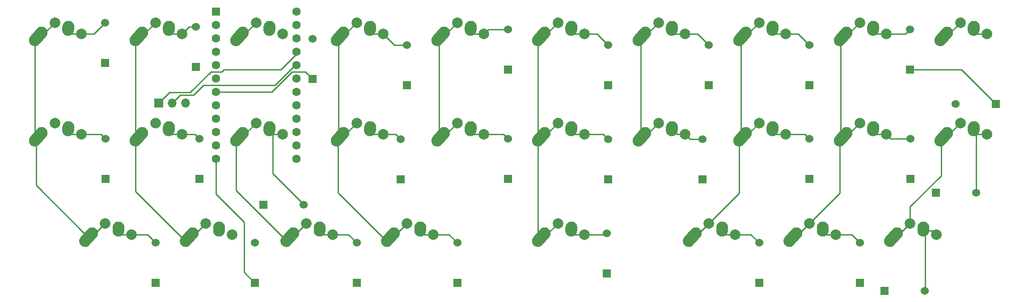
<source format=gtl>
G04 #@! TF.GenerationSoftware,KiCad,Pcbnew,(5.1.6)-1*
G04 #@! TF.CreationDate,2020-11-12T16:25:46-05:00*
G04 #@! TF.ProjectId,alpha_pro_micro,616c7068-615f-4707-926f-5f6d6963726f,rev?*
G04 #@! TF.SameCoordinates,Original*
G04 #@! TF.FileFunction,Copper,L1,Top*
G04 #@! TF.FilePolarity,Positive*
%FSLAX46Y46*%
G04 Gerber Fmt 4.6, Leading zero omitted, Abs format (unit mm)*
G04 Created by KiCad (PCBNEW (5.1.6)-1) date 2020-11-12 16:25:46*
%MOMM*%
%LPD*%
G01*
G04 APERTURE LIST*
G04 #@! TA.AperFunction,ComponentPad*
%ADD10C,2.000000*%
G04 #@! TD*
G04 #@! TA.AperFunction,ComponentPad*
%ADD11C,2.250000*%
G04 #@! TD*
G04 #@! TA.AperFunction,ComponentPad*
%ADD12R,1.600000X1.600000*%
G04 #@! TD*
G04 #@! TA.AperFunction,ComponentPad*
%ADD13C,1.600000*%
G04 #@! TD*
G04 #@! TA.AperFunction,ComponentPad*
%ADD14C,1.524000*%
G04 #@! TD*
G04 #@! TA.AperFunction,ComponentPad*
%ADD15R,1.524000X1.524000*%
G04 #@! TD*
G04 #@! TA.AperFunction,ComponentPad*
%ADD16R,1.700000X1.700000*%
G04 #@! TD*
G04 #@! TA.AperFunction,ComponentPad*
%ADD17O,1.700000X1.700000*%
G04 #@! TD*
G04 #@! TA.AperFunction,Conductor*
%ADD18C,0.250000*%
G04 #@! TD*
G04 APERTURE END LIST*
D10*
X171450000Y-141737500D03*
X176450000Y-143837500D03*
D11*
X168950000Y-143637500D03*
G04 #@! TA.AperFunction,ComponentPad*
G36*
G01*
X166888688Y-145934851D02*
X166888688Y-145934850D01*
G75*
G02*
X166802650Y-144346188I751312J837350D01*
G01*
X168112640Y-142886180D01*
G75*
G02*
X169701302Y-142800142I837350J-751312D01*
G01*
X169701302Y-142800142D01*
G75*
G02*
X169787340Y-144388804I-751312J-837350D01*
G01*
X168477350Y-145848812D01*
G75*
G02*
X166888688Y-145934850I-837350J751312D01*
G01*
G37*
G04 #@! TD.AperFunction*
X173990000Y-142557500D03*
G04 #@! TA.AperFunction,ComponentPad*
G36*
G01*
X173873483Y-144259895D02*
X173873483Y-144259895D01*
G75*
G02*
X172827605Y-143060983I76517J1122395D01*
G01*
X172867147Y-142480951D01*
G75*
G02*
X174066059Y-141435073I1122395J-76517D01*
G01*
X174066059Y-141435073D01*
G75*
G02*
X175111937Y-142633985I-76517J-1122395D01*
G01*
X175072395Y-143214017D01*
G75*
G02*
X173873483Y-144259895I-1122395J76517D01*
G01*
G37*
G04 #@! TD.AperFunction*
D10*
X238125000Y-141737500D03*
X243125000Y-143837500D03*
D11*
X235625000Y-143637500D03*
G04 #@! TA.AperFunction,ComponentPad*
G36*
G01*
X233563688Y-145934851D02*
X233563688Y-145934850D01*
G75*
G02*
X233477650Y-144346188I751312J837350D01*
G01*
X234787640Y-142886180D01*
G75*
G02*
X236376302Y-142800142I837350J-751312D01*
G01*
X236376302Y-142800142D01*
G75*
G02*
X236462340Y-144388804I-751312J-837350D01*
G01*
X235152350Y-145848812D01*
G75*
G02*
X233563688Y-145934850I-837350J751312D01*
G01*
G37*
G04 #@! TD.AperFunction*
X240665000Y-142557500D03*
G04 #@! TA.AperFunction,ComponentPad*
G36*
G01*
X240548483Y-144259895D02*
X240548483Y-144259895D01*
G75*
G02*
X239502605Y-143060983I76517J1122395D01*
G01*
X239542147Y-142480951D01*
G75*
G02*
X240741059Y-141435073I1122395J-76517D01*
G01*
X240741059Y-141435073D01*
G75*
G02*
X241786937Y-142633985I-76517J-1122395D01*
G01*
X241747395Y-143214017D01*
G75*
G02*
X240548483Y-144259895I-1122395J76517D01*
G01*
G37*
G04 #@! TD.AperFunction*
D10*
X219075000Y-141737500D03*
X224075000Y-143837500D03*
D11*
X216575000Y-143637500D03*
G04 #@! TA.AperFunction,ComponentPad*
G36*
G01*
X214513688Y-145934851D02*
X214513688Y-145934850D01*
G75*
G02*
X214427650Y-144346188I751312J837350D01*
G01*
X215737640Y-142886180D01*
G75*
G02*
X217326302Y-142800142I837350J-751312D01*
G01*
X217326302Y-142800142D01*
G75*
G02*
X217412340Y-144388804I-751312J-837350D01*
G01*
X216102350Y-145848812D01*
G75*
G02*
X214513688Y-145934850I-837350J751312D01*
G01*
G37*
G04 #@! TD.AperFunction*
X221615000Y-142557500D03*
G04 #@! TA.AperFunction,ComponentPad*
G36*
G01*
X221498483Y-144259895D02*
X221498483Y-144259895D01*
G75*
G02*
X220452605Y-143060983I76517J1122395D01*
G01*
X220492147Y-142480951D01*
G75*
G02*
X221691059Y-141435073I1122395J-76517D01*
G01*
X221691059Y-141435073D01*
G75*
G02*
X222736937Y-142633985I-76517J-1122395D01*
G01*
X222697395Y-143214017D01*
G75*
G02*
X221498483Y-144259895I-1122395J76517D01*
G01*
G37*
G04 #@! TD.AperFunction*
D10*
X200025000Y-141737500D03*
X205025000Y-143837500D03*
D11*
X197525000Y-143637500D03*
G04 #@! TA.AperFunction,ComponentPad*
G36*
G01*
X195463688Y-145934851D02*
X195463688Y-145934850D01*
G75*
G02*
X195377650Y-144346188I751312J837350D01*
G01*
X196687640Y-142886180D01*
G75*
G02*
X198276302Y-142800142I837350J-751312D01*
G01*
X198276302Y-142800142D01*
G75*
G02*
X198362340Y-144388804I-751312J-837350D01*
G01*
X197052350Y-145848812D01*
G75*
G02*
X195463688Y-145934850I-837350J751312D01*
G01*
G37*
G04 #@! TD.AperFunction*
X202565000Y-142557500D03*
G04 #@! TA.AperFunction,ComponentPad*
G36*
G01*
X202448483Y-144259895D02*
X202448483Y-144259895D01*
G75*
G02*
X201402605Y-143060983I76517J1122395D01*
G01*
X201442147Y-142480951D01*
G75*
G02*
X202641059Y-141435073I1122395J-76517D01*
G01*
X202641059Y-141435073D01*
G75*
G02*
X203686937Y-142633985I-76517J-1122395D01*
G01*
X203647395Y-143214017D01*
G75*
G02*
X202448483Y-144259895I-1122395J76517D01*
G01*
G37*
G04 #@! TD.AperFunction*
D10*
X142875000Y-141737500D03*
X147875000Y-143837500D03*
D11*
X140375000Y-143637500D03*
G04 #@! TA.AperFunction,ComponentPad*
G36*
G01*
X138313688Y-145934851D02*
X138313688Y-145934850D01*
G75*
G02*
X138227650Y-144346188I751312J837350D01*
G01*
X139537640Y-142886180D01*
G75*
G02*
X141126302Y-142800142I837350J-751312D01*
G01*
X141126302Y-142800142D01*
G75*
G02*
X141212340Y-144388804I-751312J-837350D01*
G01*
X139902350Y-145848812D01*
G75*
G02*
X138313688Y-145934850I-837350J751312D01*
G01*
G37*
G04 #@! TD.AperFunction*
X145415000Y-142557500D03*
G04 #@! TA.AperFunction,ComponentPad*
G36*
G01*
X145298483Y-144259895D02*
X145298483Y-144259895D01*
G75*
G02*
X144252605Y-143060983I76517J1122395D01*
G01*
X144292147Y-142480951D01*
G75*
G02*
X145491059Y-141435073I1122395J-76517D01*
G01*
X145491059Y-141435073D01*
G75*
G02*
X146536937Y-142633985I-76517J-1122395D01*
G01*
X146497395Y-143214017D01*
G75*
G02*
X145298483Y-144259895I-1122395J76517D01*
G01*
G37*
G04 #@! TD.AperFunction*
D10*
X123825000Y-141737500D03*
X128825000Y-143837500D03*
D11*
X121325000Y-143637500D03*
G04 #@! TA.AperFunction,ComponentPad*
G36*
G01*
X119263688Y-145934851D02*
X119263688Y-145934850D01*
G75*
G02*
X119177650Y-144346188I751312J837350D01*
G01*
X120487640Y-142886180D01*
G75*
G02*
X122076302Y-142800142I837350J-751312D01*
G01*
X122076302Y-142800142D01*
G75*
G02*
X122162340Y-144388804I-751312J-837350D01*
G01*
X120852350Y-145848812D01*
G75*
G02*
X119263688Y-145934850I-837350J751312D01*
G01*
G37*
G04 #@! TD.AperFunction*
X126365000Y-142557500D03*
G04 #@! TA.AperFunction,ComponentPad*
G36*
G01*
X126248483Y-144259895D02*
X126248483Y-144259895D01*
G75*
G02*
X125202605Y-143060983I76517J1122395D01*
G01*
X125242147Y-142480951D01*
G75*
G02*
X126441059Y-141435073I1122395J-76517D01*
G01*
X126441059Y-141435073D01*
G75*
G02*
X127486937Y-142633985I-76517J-1122395D01*
G01*
X127447395Y-143214017D01*
G75*
G02*
X126248483Y-144259895I-1122395J76517D01*
G01*
G37*
G04 #@! TD.AperFunction*
D10*
X104775000Y-141737500D03*
X109775000Y-143837500D03*
D11*
X102275000Y-143637500D03*
G04 #@! TA.AperFunction,ComponentPad*
G36*
G01*
X100213688Y-145934851D02*
X100213688Y-145934850D01*
G75*
G02*
X100127650Y-144346188I751312J837350D01*
G01*
X101437640Y-142886180D01*
G75*
G02*
X103026302Y-142800142I837350J-751312D01*
G01*
X103026302Y-142800142D01*
G75*
G02*
X103112340Y-144388804I-751312J-837350D01*
G01*
X101802350Y-145848812D01*
G75*
G02*
X100213688Y-145934850I-837350J751312D01*
G01*
G37*
G04 #@! TD.AperFunction*
X107315000Y-142557500D03*
G04 #@! TA.AperFunction,ComponentPad*
G36*
G01*
X107198483Y-144259895D02*
X107198483Y-144259895D01*
G75*
G02*
X106152605Y-143060983I76517J1122395D01*
G01*
X106192147Y-142480951D01*
G75*
G02*
X107391059Y-141435073I1122395J-76517D01*
G01*
X107391059Y-141435073D01*
G75*
G02*
X108436937Y-142633985I-76517J-1122395D01*
G01*
X108397395Y-143214017D01*
G75*
G02*
X107198483Y-144259895I-1122395J76517D01*
G01*
G37*
G04 #@! TD.AperFunction*
D10*
X85725000Y-141737500D03*
X90725000Y-143837500D03*
D11*
X83225000Y-143637500D03*
G04 #@! TA.AperFunction,ComponentPad*
G36*
G01*
X81163688Y-145934851D02*
X81163688Y-145934850D01*
G75*
G02*
X81077650Y-144346188I751312J837350D01*
G01*
X82387640Y-142886180D01*
G75*
G02*
X83976302Y-142800142I837350J-751312D01*
G01*
X83976302Y-142800142D01*
G75*
G02*
X84062340Y-144388804I-751312J-837350D01*
G01*
X82752350Y-145848812D01*
G75*
G02*
X81163688Y-145934850I-837350J751312D01*
G01*
G37*
G04 #@! TD.AperFunction*
X88265000Y-142557500D03*
G04 #@! TA.AperFunction,ComponentPad*
G36*
G01*
X88148483Y-144259895D02*
X88148483Y-144259895D01*
G75*
G02*
X87102605Y-143060983I76517J1122395D01*
G01*
X87142147Y-142480951D01*
G75*
G02*
X88341059Y-141435073I1122395J-76517D01*
G01*
X88341059Y-141435073D01*
G75*
G02*
X89386937Y-142633985I-76517J-1122395D01*
G01*
X89347395Y-143214017D01*
G75*
G02*
X88148483Y-144259895I-1122395J76517D01*
G01*
G37*
G04 #@! TD.AperFunction*
D10*
X247650000Y-122687500D03*
X252650000Y-124787500D03*
D11*
X245150000Y-124587500D03*
G04 #@! TA.AperFunction,ComponentPad*
G36*
G01*
X243088688Y-126884851D02*
X243088688Y-126884850D01*
G75*
G02*
X243002650Y-125296188I751312J837350D01*
G01*
X244312640Y-123836180D01*
G75*
G02*
X245901302Y-123750142I837350J-751312D01*
G01*
X245901302Y-123750142D01*
G75*
G02*
X245987340Y-125338804I-751312J-837350D01*
G01*
X244677350Y-126798812D01*
G75*
G02*
X243088688Y-126884850I-837350J751312D01*
G01*
G37*
G04 #@! TD.AperFunction*
X250190000Y-123507500D03*
G04 #@! TA.AperFunction,ComponentPad*
G36*
G01*
X250073483Y-125209895D02*
X250073483Y-125209895D01*
G75*
G02*
X249027605Y-124010983I76517J1122395D01*
G01*
X249067147Y-123430951D01*
G75*
G02*
X250266059Y-122385073I1122395J-76517D01*
G01*
X250266059Y-122385073D01*
G75*
G02*
X251311937Y-123583985I-76517J-1122395D01*
G01*
X251272395Y-124164017D01*
G75*
G02*
X250073483Y-125209895I-1122395J76517D01*
G01*
G37*
G04 #@! TD.AperFunction*
D10*
X228600000Y-122687500D03*
X233600000Y-124787500D03*
D11*
X226100000Y-124587500D03*
G04 #@! TA.AperFunction,ComponentPad*
G36*
G01*
X224038688Y-126884851D02*
X224038688Y-126884850D01*
G75*
G02*
X223952650Y-125296188I751312J837350D01*
G01*
X225262640Y-123836180D01*
G75*
G02*
X226851302Y-123750142I837350J-751312D01*
G01*
X226851302Y-123750142D01*
G75*
G02*
X226937340Y-125338804I-751312J-837350D01*
G01*
X225627350Y-126798812D01*
G75*
G02*
X224038688Y-126884850I-837350J751312D01*
G01*
G37*
G04 #@! TD.AperFunction*
X231140000Y-123507500D03*
G04 #@! TA.AperFunction,ComponentPad*
G36*
G01*
X231023483Y-125209895D02*
X231023483Y-125209895D01*
G75*
G02*
X229977605Y-124010983I76517J1122395D01*
G01*
X230017147Y-123430951D01*
G75*
G02*
X231216059Y-122385073I1122395J-76517D01*
G01*
X231216059Y-122385073D01*
G75*
G02*
X232261937Y-123583985I-76517J-1122395D01*
G01*
X232222395Y-124164017D01*
G75*
G02*
X231023483Y-125209895I-1122395J76517D01*
G01*
G37*
G04 #@! TD.AperFunction*
D10*
X209550000Y-122687500D03*
X214550000Y-124787500D03*
D11*
X207050000Y-124587500D03*
G04 #@! TA.AperFunction,ComponentPad*
G36*
G01*
X204988688Y-126884851D02*
X204988688Y-126884850D01*
G75*
G02*
X204902650Y-125296188I751312J837350D01*
G01*
X206212640Y-123836180D01*
G75*
G02*
X207801302Y-123750142I837350J-751312D01*
G01*
X207801302Y-123750142D01*
G75*
G02*
X207887340Y-125338804I-751312J-837350D01*
G01*
X206577350Y-126798812D01*
G75*
G02*
X204988688Y-126884850I-837350J751312D01*
G01*
G37*
G04 #@! TD.AperFunction*
X212090000Y-123507500D03*
G04 #@! TA.AperFunction,ComponentPad*
G36*
G01*
X211973483Y-125209895D02*
X211973483Y-125209895D01*
G75*
G02*
X210927605Y-124010983I76517J1122395D01*
G01*
X210967147Y-123430951D01*
G75*
G02*
X212166059Y-122385073I1122395J-76517D01*
G01*
X212166059Y-122385073D01*
G75*
G02*
X213211937Y-123583985I-76517J-1122395D01*
G01*
X213172395Y-124164017D01*
G75*
G02*
X211973483Y-125209895I-1122395J76517D01*
G01*
G37*
G04 #@! TD.AperFunction*
D10*
X190500000Y-122687500D03*
X195500000Y-124787500D03*
D11*
X188000000Y-124587500D03*
G04 #@! TA.AperFunction,ComponentPad*
G36*
G01*
X185938688Y-126884851D02*
X185938688Y-126884850D01*
G75*
G02*
X185852650Y-125296188I751312J837350D01*
G01*
X187162640Y-123836180D01*
G75*
G02*
X188751302Y-123750142I837350J-751312D01*
G01*
X188751302Y-123750142D01*
G75*
G02*
X188837340Y-125338804I-751312J-837350D01*
G01*
X187527350Y-126798812D01*
G75*
G02*
X185938688Y-126884850I-837350J751312D01*
G01*
G37*
G04 #@! TD.AperFunction*
X193040000Y-123507500D03*
G04 #@! TA.AperFunction,ComponentPad*
G36*
G01*
X192923483Y-125209895D02*
X192923483Y-125209895D01*
G75*
G02*
X191877605Y-124010983I76517J1122395D01*
G01*
X191917147Y-123430951D01*
G75*
G02*
X193116059Y-122385073I1122395J-76517D01*
G01*
X193116059Y-122385073D01*
G75*
G02*
X194161937Y-123583985I-76517J-1122395D01*
G01*
X194122395Y-124164017D01*
G75*
G02*
X192923483Y-125209895I-1122395J76517D01*
G01*
G37*
G04 #@! TD.AperFunction*
D10*
X171450000Y-122687500D03*
X176450000Y-124787500D03*
D11*
X168950000Y-124587500D03*
G04 #@! TA.AperFunction,ComponentPad*
G36*
G01*
X166888688Y-126884851D02*
X166888688Y-126884850D01*
G75*
G02*
X166802650Y-125296188I751312J837350D01*
G01*
X168112640Y-123836180D01*
G75*
G02*
X169701302Y-123750142I837350J-751312D01*
G01*
X169701302Y-123750142D01*
G75*
G02*
X169787340Y-125338804I-751312J-837350D01*
G01*
X168477350Y-126798812D01*
G75*
G02*
X166888688Y-126884850I-837350J751312D01*
G01*
G37*
G04 #@! TD.AperFunction*
X173990000Y-123507500D03*
G04 #@! TA.AperFunction,ComponentPad*
G36*
G01*
X173873483Y-125209895D02*
X173873483Y-125209895D01*
G75*
G02*
X172827605Y-124010983I76517J1122395D01*
G01*
X172867147Y-123430951D01*
G75*
G02*
X174066059Y-122385073I1122395J-76517D01*
G01*
X174066059Y-122385073D01*
G75*
G02*
X175111937Y-123583985I-76517J-1122395D01*
G01*
X175072395Y-124164017D01*
G75*
G02*
X173873483Y-125209895I-1122395J76517D01*
G01*
G37*
G04 #@! TD.AperFunction*
D10*
X152400000Y-122687500D03*
X157400000Y-124787500D03*
D11*
X149900000Y-124587500D03*
G04 #@! TA.AperFunction,ComponentPad*
G36*
G01*
X147838688Y-126884851D02*
X147838688Y-126884850D01*
G75*
G02*
X147752650Y-125296188I751312J837350D01*
G01*
X149062640Y-123836180D01*
G75*
G02*
X150651302Y-123750142I837350J-751312D01*
G01*
X150651302Y-123750142D01*
G75*
G02*
X150737340Y-125338804I-751312J-837350D01*
G01*
X149427350Y-126798812D01*
G75*
G02*
X147838688Y-126884850I-837350J751312D01*
G01*
G37*
G04 #@! TD.AperFunction*
X154940000Y-123507500D03*
G04 #@! TA.AperFunction,ComponentPad*
G36*
G01*
X154823483Y-125209895D02*
X154823483Y-125209895D01*
G75*
G02*
X153777605Y-124010983I76517J1122395D01*
G01*
X153817147Y-123430951D01*
G75*
G02*
X155016059Y-122385073I1122395J-76517D01*
G01*
X155016059Y-122385073D01*
G75*
G02*
X156061937Y-123583985I-76517J-1122395D01*
G01*
X156022395Y-124164017D01*
G75*
G02*
X154823483Y-125209895I-1122395J76517D01*
G01*
G37*
G04 #@! TD.AperFunction*
D10*
X133350000Y-122687500D03*
X138350000Y-124787500D03*
D11*
X130850000Y-124587500D03*
G04 #@! TA.AperFunction,ComponentPad*
G36*
G01*
X128788688Y-126884851D02*
X128788688Y-126884850D01*
G75*
G02*
X128702650Y-125296188I751312J837350D01*
G01*
X130012640Y-123836180D01*
G75*
G02*
X131601302Y-123750142I837350J-751312D01*
G01*
X131601302Y-123750142D01*
G75*
G02*
X131687340Y-125338804I-751312J-837350D01*
G01*
X130377350Y-126798812D01*
G75*
G02*
X128788688Y-126884850I-837350J751312D01*
G01*
G37*
G04 #@! TD.AperFunction*
X135890000Y-123507500D03*
G04 #@! TA.AperFunction,ComponentPad*
G36*
G01*
X135773483Y-125209895D02*
X135773483Y-125209895D01*
G75*
G02*
X134727605Y-124010983I76517J1122395D01*
G01*
X134767147Y-123430951D01*
G75*
G02*
X135966059Y-122385073I1122395J-76517D01*
G01*
X135966059Y-122385073D01*
G75*
G02*
X137011937Y-123583985I-76517J-1122395D01*
G01*
X136972395Y-124164017D01*
G75*
G02*
X135773483Y-125209895I-1122395J76517D01*
G01*
G37*
G04 #@! TD.AperFunction*
D10*
X114300000Y-122687500D03*
X119300000Y-124787500D03*
D11*
X111800000Y-124587500D03*
G04 #@! TA.AperFunction,ComponentPad*
G36*
G01*
X109738688Y-126884851D02*
X109738688Y-126884850D01*
G75*
G02*
X109652650Y-125296188I751312J837350D01*
G01*
X110962640Y-123836180D01*
G75*
G02*
X112551302Y-123750142I837350J-751312D01*
G01*
X112551302Y-123750142D01*
G75*
G02*
X112637340Y-125338804I-751312J-837350D01*
G01*
X111327350Y-126798812D01*
G75*
G02*
X109738688Y-126884850I-837350J751312D01*
G01*
G37*
G04 #@! TD.AperFunction*
X116840000Y-123507500D03*
G04 #@! TA.AperFunction,ComponentPad*
G36*
G01*
X116723483Y-125209895D02*
X116723483Y-125209895D01*
G75*
G02*
X115677605Y-124010983I76517J1122395D01*
G01*
X115717147Y-123430951D01*
G75*
G02*
X116916059Y-122385073I1122395J-76517D01*
G01*
X116916059Y-122385073D01*
G75*
G02*
X117961937Y-123583985I-76517J-1122395D01*
G01*
X117922395Y-124164017D01*
G75*
G02*
X116723483Y-125209895I-1122395J76517D01*
G01*
G37*
G04 #@! TD.AperFunction*
D10*
X95250000Y-122687500D03*
X100250000Y-124787500D03*
D11*
X92750000Y-124587500D03*
G04 #@! TA.AperFunction,ComponentPad*
G36*
G01*
X90688688Y-126884851D02*
X90688688Y-126884850D01*
G75*
G02*
X90602650Y-125296188I751312J837350D01*
G01*
X91912640Y-123836180D01*
G75*
G02*
X93501302Y-123750142I837350J-751312D01*
G01*
X93501302Y-123750142D01*
G75*
G02*
X93587340Y-125338804I-751312J-837350D01*
G01*
X92277350Y-126798812D01*
G75*
G02*
X90688688Y-126884850I-837350J751312D01*
G01*
G37*
G04 #@! TD.AperFunction*
X97790000Y-123507500D03*
G04 #@! TA.AperFunction,ComponentPad*
G36*
G01*
X97673483Y-125209895D02*
X97673483Y-125209895D01*
G75*
G02*
X96627605Y-124010983I76517J1122395D01*
G01*
X96667147Y-123430951D01*
G75*
G02*
X97866059Y-122385073I1122395J-76517D01*
G01*
X97866059Y-122385073D01*
G75*
G02*
X98911937Y-123583985I-76517J-1122395D01*
G01*
X98872395Y-124164017D01*
G75*
G02*
X97673483Y-125209895I-1122395J76517D01*
G01*
G37*
G04 #@! TD.AperFunction*
D10*
X76200000Y-122687500D03*
X81200000Y-124787500D03*
D11*
X73700000Y-124587500D03*
G04 #@! TA.AperFunction,ComponentPad*
G36*
G01*
X71638688Y-126884851D02*
X71638688Y-126884850D01*
G75*
G02*
X71552650Y-125296188I751312J837350D01*
G01*
X72862640Y-123836180D01*
G75*
G02*
X74451302Y-123750142I837350J-751312D01*
G01*
X74451302Y-123750142D01*
G75*
G02*
X74537340Y-125338804I-751312J-837350D01*
G01*
X73227350Y-126798812D01*
G75*
G02*
X71638688Y-126884850I-837350J751312D01*
G01*
G37*
G04 #@! TD.AperFunction*
X78740000Y-123507500D03*
G04 #@! TA.AperFunction,ComponentPad*
G36*
G01*
X78623483Y-125209895D02*
X78623483Y-125209895D01*
G75*
G02*
X77577605Y-124010983I76517J1122395D01*
G01*
X77617147Y-123430951D01*
G75*
G02*
X78816059Y-122385073I1122395J-76517D01*
G01*
X78816059Y-122385073D01*
G75*
G02*
X79861937Y-123583985I-76517J-1122395D01*
G01*
X79822395Y-124164017D01*
G75*
G02*
X78623483Y-125209895I-1122395J76517D01*
G01*
G37*
G04 #@! TD.AperFunction*
D10*
X247650000Y-103637500D03*
X252650000Y-105737500D03*
D11*
X245150000Y-105537500D03*
G04 #@! TA.AperFunction,ComponentPad*
G36*
G01*
X243088688Y-107834851D02*
X243088688Y-107834850D01*
G75*
G02*
X243002650Y-106246188I751312J837350D01*
G01*
X244312640Y-104786180D01*
G75*
G02*
X245901302Y-104700142I837350J-751312D01*
G01*
X245901302Y-104700142D01*
G75*
G02*
X245987340Y-106288804I-751312J-837350D01*
G01*
X244677350Y-107748812D01*
G75*
G02*
X243088688Y-107834850I-837350J751312D01*
G01*
G37*
G04 #@! TD.AperFunction*
X250190000Y-104457500D03*
G04 #@! TA.AperFunction,ComponentPad*
G36*
G01*
X250073483Y-106159895D02*
X250073483Y-106159895D01*
G75*
G02*
X249027605Y-104960983I76517J1122395D01*
G01*
X249067147Y-104380951D01*
G75*
G02*
X250266059Y-103335073I1122395J-76517D01*
G01*
X250266059Y-103335073D01*
G75*
G02*
X251311937Y-104533985I-76517J-1122395D01*
G01*
X251272395Y-105114017D01*
G75*
G02*
X250073483Y-106159895I-1122395J76517D01*
G01*
G37*
G04 #@! TD.AperFunction*
D10*
X228600000Y-103637500D03*
X233600000Y-105737500D03*
D11*
X226100000Y-105537500D03*
G04 #@! TA.AperFunction,ComponentPad*
G36*
G01*
X224038688Y-107834851D02*
X224038688Y-107834850D01*
G75*
G02*
X223952650Y-106246188I751312J837350D01*
G01*
X225262640Y-104786180D01*
G75*
G02*
X226851302Y-104700142I837350J-751312D01*
G01*
X226851302Y-104700142D01*
G75*
G02*
X226937340Y-106288804I-751312J-837350D01*
G01*
X225627350Y-107748812D01*
G75*
G02*
X224038688Y-107834850I-837350J751312D01*
G01*
G37*
G04 #@! TD.AperFunction*
X231140000Y-104457500D03*
G04 #@! TA.AperFunction,ComponentPad*
G36*
G01*
X231023483Y-106159895D02*
X231023483Y-106159895D01*
G75*
G02*
X229977605Y-104960983I76517J1122395D01*
G01*
X230017147Y-104380951D01*
G75*
G02*
X231216059Y-103335073I1122395J-76517D01*
G01*
X231216059Y-103335073D01*
G75*
G02*
X232261937Y-104533985I-76517J-1122395D01*
G01*
X232222395Y-105114017D01*
G75*
G02*
X231023483Y-106159895I-1122395J76517D01*
G01*
G37*
G04 #@! TD.AperFunction*
D10*
X209550000Y-103637500D03*
X214550000Y-105737500D03*
D11*
X207050000Y-105537500D03*
G04 #@! TA.AperFunction,ComponentPad*
G36*
G01*
X204988688Y-107834851D02*
X204988688Y-107834850D01*
G75*
G02*
X204902650Y-106246188I751312J837350D01*
G01*
X206212640Y-104786180D01*
G75*
G02*
X207801302Y-104700142I837350J-751312D01*
G01*
X207801302Y-104700142D01*
G75*
G02*
X207887340Y-106288804I-751312J-837350D01*
G01*
X206577350Y-107748812D01*
G75*
G02*
X204988688Y-107834850I-837350J751312D01*
G01*
G37*
G04 #@! TD.AperFunction*
X212090000Y-104457500D03*
G04 #@! TA.AperFunction,ComponentPad*
G36*
G01*
X211973483Y-106159895D02*
X211973483Y-106159895D01*
G75*
G02*
X210927605Y-104960983I76517J1122395D01*
G01*
X210967147Y-104380951D01*
G75*
G02*
X212166059Y-103335073I1122395J-76517D01*
G01*
X212166059Y-103335073D01*
G75*
G02*
X213211937Y-104533985I-76517J-1122395D01*
G01*
X213172395Y-105114017D01*
G75*
G02*
X211973483Y-106159895I-1122395J76517D01*
G01*
G37*
G04 #@! TD.AperFunction*
D10*
X190500000Y-103637500D03*
X195500000Y-105737500D03*
D11*
X188000000Y-105537500D03*
G04 #@! TA.AperFunction,ComponentPad*
G36*
G01*
X185938688Y-107834851D02*
X185938688Y-107834850D01*
G75*
G02*
X185852650Y-106246188I751312J837350D01*
G01*
X187162640Y-104786180D01*
G75*
G02*
X188751302Y-104700142I837350J-751312D01*
G01*
X188751302Y-104700142D01*
G75*
G02*
X188837340Y-106288804I-751312J-837350D01*
G01*
X187527350Y-107748812D01*
G75*
G02*
X185938688Y-107834850I-837350J751312D01*
G01*
G37*
G04 #@! TD.AperFunction*
X193040000Y-104457500D03*
G04 #@! TA.AperFunction,ComponentPad*
G36*
G01*
X192923483Y-106159895D02*
X192923483Y-106159895D01*
G75*
G02*
X191877605Y-104960983I76517J1122395D01*
G01*
X191917147Y-104380951D01*
G75*
G02*
X193116059Y-103335073I1122395J-76517D01*
G01*
X193116059Y-103335073D01*
G75*
G02*
X194161937Y-104533985I-76517J-1122395D01*
G01*
X194122395Y-105114017D01*
G75*
G02*
X192923483Y-106159895I-1122395J76517D01*
G01*
G37*
G04 #@! TD.AperFunction*
D10*
X171450000Y-103637500D03*
X176450000Y-105737500D03*
D11*
X168950000Y-105537500D03*
G04 #@! TA.AperFunction,ComponentPad*
G36*
G01*
X166888688Y-107834851D02*
X166888688Y-107834850D01*
G75*
G02*
X166802650Y-106246188I751312J837350D01*
G01*
X168112640Y-104786180D01*
G75*
G02*
X169701302Y-104700142I837350J-751312D01*
G01*
X169701302Y-104700142D01*
G75*
G02*
X169787340Y-106288804I-751312J-837350D01*
G01*
X168477350Y-107748812D01*
G75*
G02*
X166888688Y-107834850I-837350J751312D01*
G01*
G37*
G04 #@! TD.AperFunction*
X173990000Y-104457500D03*
G04 #@! TA.AperFunction,ComponentPad*
G36*
G01*
X173873483Y-106159895D02*
X173873483Y-106159895D01*
G75*
G02*
X172827605Y-104960983I76517J1122395D01*
G01*
X172867147Y-104380951D01*
G75*
G02*
X174066059Y-103335073I1122395J-76517D01*
G01*
X174066059Y-103335073D01*
G75*
G02*
X175111937Y-104533985I-76517J-1122395D01*
G01*
X175072395Y-105114017D01*
G75*
G02*
X173873483Y-106159895I-1122395J76517D01*
G01*
G37*
G04 #@! TD.AperFunction*
D10*
X152400000Y-103637500D03*
X157400000Y-105737500D03*
D11*
X149900000Y-105537500D03*
G04 #@! TA.AperFunction,ComponentPad*
G36*
G01*
X147838688Y-107834851D02*
X147838688Y-107834850D01*
G75*
G02*
X147752650Y-106246188I751312J837350D01*
G01*
X149062640Y-104786180D01*
G75*
G02*
X150651302Y-104700142I837350J-751312D01*
G01*
X150651302Y-104700142D01*
G75*
G02*
X150737340Y-106288804I-751312J-837350D01*
G01*
X149427350Y-107748812D01*
G75*
G02*
X147838688Y-107834850I-837350J751312D01*
G01*
G37*
G04 #@! TD.AperFunction*
X154940000Y-104457500D03*
G04 #@! TA.AperFunction,ComponentPad*
G36*
G01*
X154823483Y-106159895D02*
X154823483Y-106159895D01*
G75*
G02*
X153777605Y-104960983I76517J1122395D01*
G01*
X153817147Y-104380951D01*
G75*
G02*
X155016059Y-103335073I1122395J-76517D01*
G01*
X155016059Y-103335073D01*
G75*
G02*
X156061937Y-104533985I-76517J-1122395D01*
G01*
X156022395Y-105114017D01*
G75*
G02*
X154823483Y-106159895I-1122395J76517D01*
G01*
G37*
G04 #@! TD.AperFunction*
D10*
X133350000Y-103637500D03*
X138350000Y-105737500D03*
D11*
X130850000Y-105537500D03*
G04 #@! TA.AperFunction,ComponentPad*
G36*
G01*
X128788688Y-107834851D02*
X128788688Y-107834850D01*
G75*
G02*
X128702650Y-106246188I751312J837350D01*
G01*
X130012640Y-104786180D01*
G75*
G02*
X131601302Y-104700142I837350J-751312D01*
G01*
X131601302Y-104700142D01*
G75*
G02*
X131687340Y-106288804I-751312J-837350D01*
G01*
X130377350Y-107748812D01*
G75*
G02*
X128788688Y-107834850I-837350J751312D01*
G01*
G37*
G04 #@! TD.AperFunction*
X135890000Y-104457500D03*
G04 #@! TA.AperFunction,ComponentPad*
G36*
G01*
X135773483Y-106159895D02*
X135773483Y-106159895D01*
G75*
G02*
X134727605Y-104960983I76517J1122395D01*
G01*
X134767147Y-104380951D01*
G75*
G02*
X135966059Y-103335073I1122395J-76517D01*
G01*
X135966059Y-103335073D01*
G75*
G02*
X137011937Y-104533985I-76517J-1122395D01*
G01*
X136972395Y-105114017D01*
G75*
G02*
X135773483Y-106159895I-1122395J76517D01*
G01*
G37*
G04 #@! TD.AperFunction*
D10*
X114300000Y-103637500D03*
X119300000Y-105737500D03*
D11*
X111800000Y-105537500D03*
G04 #@! TA.AperFunction,ComponentPad*
G36*
G01*
X109738688Y-107834851D02*
X109738688Y-107834850D01*
G75*
G02*
X109652650Y-106246188I751312J837350D01*
G01*
X110962640Y-104786180D01*
G75*
G02*
X112551302Y-104700142I837350J-751312D01*
G01*
X112551302Y-104700142D01*
G75*
G02*
X112637340Y-106288804I-751312J-837350D01*
G01*
X111327350Y-107748812D01*
G75*
G02*
X109738688Y-107834850I-837350J751312D01*
G01*
G37*
G04 #@! TD.AperFunction*
X116840000Y-104457500D03*
G04 #@! TA.AperFunction,ComponentPad*
G36*
G01*
X116723483Y-106159895D02*
X116723483Y-106159895D01*
G75*
G02*
X115677605Y-104960983I76517J1122395D01*
G01*
X115717147Y-104380951D01*
G75*
G02*
X116916059Y-103335073I1122395J-76517D01*
G01*
X116916059Y-103335073D01*
G75*
G02*
X117961937Y-104533985I-76517J-1122395D01*
G01*
X117922395Y-105114017D01*
G75*
G02*
X116723483Y-106159895I-1122395J76517D01*
G01*
G37*
G04 #@! TD.AperFunction*
D10*
X95250000Y-103637500D03*
X100250000Y-105737500D03*
D11*
X92750000Y-105537500D03*
G04 #@! TA.AperFunction,ComponentPad*
G36*
G01*
X90688688Y-107834851D02*
X90688688Y-107834850D01*
G75*
G02*
X90602650Y-106246188I751312J837350D01*
G01*
X91912640Y-104786180D01*
G75*
G02*
X93501302Y-104700142I837350J-751312D01*
G01*
X93501302Y-104700142D01*
G75*
G02*
X93587340Y-106288804I-751312J-837350D01*
G01*
X92277350Y-107748812D01*
G75*
G02*
X90688688Y-107834850I-837350J751312D01*
G01*
G37*
G04 #@! TD.AperFunction*
X97790000Y-104457500D03*
G04 #@! TA.AperFunction,ComponentPad*
G36*
G01*
X97673483Y-106159895D02*
X97673483Y-106159895D01*
G75*
G02*
X96627605Y-104960983I76517J1122395D01*
G01*
X96667147Y-104380951D01*
G75*
G02*
X97866059Y-103335073I1122395J-76517D01*
G01*
X97866059Y-103335073D01*
G75*
G02*
X98911937Y-104533985I-76517J-1122395D01*
G01*
X98872395Y-105114017D01*
G75*
G02*
X97673483Y-106159895I-1122395J76517D01*
G01*
G37*
G04 #@! TD.AperFunction*
D10*
X76200000Y-103637500D03*
X81200000Y-105737500D03*
D11*
X73700000Y-105537500D03*
G04 #@! TA.AperFunction,ComponentPad*
G36*
G01*
X71638688Y-107834851D02*
X71638688Y-107834850D01*
G75*
G02*
X71552650Y-106246188I751312J837350D01*
G01*
X72862640Y-104786180D01*
G75*
G02*
X74451302Y-104700142I837350J-751312D01*
G01*
X74451302Y-104700142D01*
G75*
G02*
X74537340Y-106288804I-751312J-837350D01*
G01*
X73227350Y-107748812D01*
G75*
G02*
X71638688Y-107834850I-837350J751312D01*
G01*
G37*
G04 #@! TD.AperFunction*
X78740000Y-104457500D03*
G04 #@! TA.AperFunction,ComponentPad*
G36*
G01*
X78623483Y-106159895D02*
X78623483Y-106159895D01*
G75*
G02*
X77577605Y-104960983I76517J1122395D01*
G01*
X77617147Y-104380951D01*
G75*
G02*
X78816059Y-103335073I1122395J-76517D01*
G01*
X78816059Y-103335073D01*
G75*
G02*
X79861937Y-104533985I-76517J-1122395D01*
G01*
X79822395Y-105114017D01*
G75*
G02*
X78623483Y-106159895I-1122395J76517D01*
G01*
G37*
G04 #@! TD.AperFunction*
D12*
X106680000Y-101520625D03*
D13*
X106680000Y-104060625D03*
X106680000Y-106600625D03*
X106680000Y-109140625D03*
X106680000Y-111680625D03*
X106680000Y-114220625D03*
X106680000Y-116760625D03*
X106680000Y-119300625D03*
X106680000Y-121840625D03*
X106680000Y-124380625D03*
X106680000Y-126920625D03*
X106680000Y-129460625D03*
X121920000Y-129460625D03*
X121920000Y-126920625D03*
X121920000Y-124380625D03*
X121920000Y-121840625D03*
X121920000Y-119300625D03*
X121920000Y-116760625D03*
X121920000Y-114220625D03*
X121920000Y-111680625D03*
X121920000Y-109140625D03*
X121920000Y-106600625D03*
X121920000Y-104060625D03*
X121920000Y-101520625D03*
D14*
X85712300Y-103644700D03*
D15*
X85712300Y-111264700D03*
D14*
X102870397Y-104388444D03*
D15*
X102870397Y-112008444D03*
D14*
X125006497Y-106674444D03*
D15*
X125006497Y-114294444D03*
D14*
X123291997Y-138183144D03*
D15*
X115671997Y-138183144D03*
D14*
X141706997Y-125724444D03*
D15*
X141706997Y-133344444D03*
D14*
X142888097Y-107906344D03*
D15*
X142888097Y-115526344D03*
D14*
X161988897Y-104909144D03*
D15*
X161988897Y-112529144D03*
D14*
X161988897Y-125660944D03*
D15*
X161988897Y-133280944D03*
D14*
X180975397Y-125724444D03*
D15*
X180975397Y-133344444D03*
D14*
X180975397Y-107855544D03*
D15*
X180975397Y-115475544D03*
D14*
X200025397Y-107855544D03*
D15*
X200025397Y-115475544D03*
D14*
X198844297Y-125724444D03*
D15*
X198844297Y-133344444D03*
D14*
X219075397Y-125660944D03*
D15*
X219075397Y-133280944D03*
D14*
X219075397Y-107906344D03*
D15*
X219075397Y-115526344D03*
D14*
X85814297Y-125635544D03*
D15*
X85814297Y-133255544D03*
D14*
X103584375Y-125660944D03*
D15*
X103584375Y-133280944D03*
D14*
X95263097Y-145371344D03*
D15*
X95263097Y-152991344D03*
D14*
X114033697Y-145371344D03*
D15*
X114033697Y-152991344D03*
D14*
X133337697Y-145396744D03*
D15*
X133337697Y-153016744D03*
D14*
X152387697Y-145371344D03*
D15*
X152387697Y-152991344D03*
D14*
X180708697Y-143593344D03*
D15*
X180708697Y-151213344D03*
D14*
X209563097Y-145396744D03*
D15*
X209563097Y-153016744D03*
D14*
X228638497Y-145396744D03*
D15*
X228638497Y-153016744D03*
D14*
X240919000Y-154533600D03*
D15*
X233299000Y-154533600D03*
D14*
X238214297Y-125635544D03*
D15*
X238214297Y-133255544D03*
D14*
X250608497Y-135947944D03*
D15*
X242988497Y-135947944D03*
D14*
X246748697Y-119062602D03*
D15*
X254368697Y-119062602D03*
D14*
X238112697Y-104909144D03*
D15*
X238112697Y-112529144D03*
D16*
X95845313Y-118913672D03*
D17*
X98385313Y-118913672D03*
X100925313Y-118913672D03*
D18*
X247809544Y-112529144D02*
X238112697Y-112529144D01*
X254343002Y-119062602D02*
X247809544Y-112529144D01*
X123662191Y-112950138D02*
X125006497Y-114294444D01*
X121085462Y-112950138D02*
X123662191Y-112950138D01*
X106680000Y-116760625D02*
X117274975Y-116760625D01*
X117274975Y-116760625D02*
X121085462Y-112950138D01*
X79400000Y-105737500D02*
X81200000Y-105737500D01*
X78700000Y-105037500D02*
X79400000Y-105737500D01*
X81200000Y-105737500D02*
X83619500Y-105737500D01*
X83619500Y-105737500D02*
X85712300Y-103644700D01*
X98450000Y-105737500D02*
X100250000Y-105737500D01*
X97750000Y-105037500D02*
X98450000Y-105737500D01*
X101599056Y-104388444D02*
X100250000Y-105737500D01*
X102870397Y-104388444D02*
X101599056Y-104388444D01*
X140518844Y-107906344D02*
X142888097Y-107906344D01*
X138350000Y-105737500D02*
X140518844Y-107906344D01*
X136550000Y-105737500D02*
X138350000Y-105737500D01*
X158228356Y-104909144D02*
X157400000Y-105737500D01*
X161988897Y-104909144D02*
X158228356Y-104909144D01*
X155600000Y-105737500D02*
X154900000Y-105037500D01*
X157400000Y-105737500D02*
X155600000Y-105737500D01*
X178857353Y-105737500D02*
X176450000Y-105737500D01*
X180975397Y-107855544D02*
X178857353Y-105737500D01*
X174650000Y-105737500D02*
X173950000Y-105037500D01*
X176450000Y-105737500D02*
X174650000Y-105737500D01*
X197907353Y-105737500D02*
X195500000Y-105737500D01*
X200025397Y-107855544D02*
X197907353Y-105737500D01*
X193700000Y-105737500D02*
X193000000Y-105037500D01*
X195500000Y-105737500D02*
X193700000Y-105737500D01*
X216906553Y-105737500D02*
X219075397Y-107906344D01*
X214550000Y-105737500D02*
X216906553Y-105737500D01*
X212750000Y-105737500D02*
X212050000Y-105037500D01*
X214550000Y-105737500D02*
X212750000Y-105737500D01*
X231800000Y-105737500D02*
X233600000Y-105737500D01*
X231100000Y-105037500D02*
X231800000Y-105737500D01*
X237284341Y-105737500D02*
X238112697Y-104909144D01*
X233600000Y-105737500D02*
X237284341Y-105737500D01*
X250850000Y-105737500D02*
X252650000Y-105737500D01*
X250150000Y-105037500D02*
X250850000Y-105737500D01*
X79400000Y-124787500D02*
X78700000Y-124087500D01*
X81200000Y-124787500D02*
X79400000Y-124787500D01*
X84966253Y-124787500D02*
X85814297Y-125635544D01*
X81200000Y-124787500D02*
X84966253Y-124787500D01*
X102710931Y-124787500D02*
X103584375Y-125660944D01*
X100250000Y-124787500D02*
X102710931Y-124787500D01*
X98450000Y-124787500D02*
X97750000Y-124087500D01*
X100250000Y-124787500D02*
X98450000Y-124787500D01*
X117425491Y-124718076D02*
X117425491Y-132278557D01*
X117425491Y-132278557D02*
X123259552Y-138112618D01*
X117500000Y-124787500D02*
X119300000Y-124787500D01*
X116800000Y-124087500D02*
X117500000Y-124787500D01*
X140770053Y-124787500D02*
X141706997Y-125724444D01*
X138350000Y-124787500D02*
X140770053Y-124787500D01*
X136550000Y-124787500D02*
X135850000Y-124087500D01*
X138350000Y-124787500D02*
X136550000Y-124787500D01*
X161115453Y-124787500D02*
X161988897Y-125660944D01*
X157400000Y-124787500D02*
X161115453Y-124787500D01*
X155600000Y-124787500D02*
X154900000Y-124087500D01*
X157400000Y-124787500D02*
X155600000Y-124787500D01*
X180038453Y-124787500D02*
X180975397Y-125724444D01*
X176450000Y-124787500D02*
X180038453Y-124787500D01*
X174650000Y-124787500D02*
X173950000Y-124087500D01*
X176450000Y-124787500D02*
X174650000Y-124787500D01*
X196436944Y-125724444D02*
X195500000Y-124787500D01*
X198844297Y-125724444D02*
X196436944Y-125724444D01*
X194085787Y-124787500D02*
X193385787Y-124087500D01*
X195500000Y-124787500D02*
X194085787Y-124787500D01*
X218201953Y-124787500D02*
X219075397Y-125660944D01*
X214550000Y-124787500D02*
X218201953Y-124787500D01*
X212750000Y-124787500D02*
X212050000Y-124087500D01*
X214550000Y-124787500D02*
X212750000Y-124787500D01*
X234448044Y-125635544D02*
X233600000Y-124787500D01*
X238214297Y-125635544D02*
X234448044Y-125635544D01*
X231800000Y-124787500D02*
X231100000Y-124087500D01*
X233600000Y-124787500D02*
X231800000Y-124787500D01*
X250850000Y-124787500D02*
X252650000Y-124787500D01*
X250608497Y-124545997D02*
X250608497Y-135947944D01*
X112039400Y-151028400D02*
X114002344Y-152991344D01*
X112039400Y-141503400D02*
X112039400Y-151028400D01*
X106680000Y-129460625D02*
X106680000Y-136144000D01*
X106680000Y-136144000D02*
X112039400Y-141503400D01*
X88925000Y-143837500D02*
X90725000Y-143837500D01*
X88225000Y-143137500D02*
X88925000Y-143837500D01*
X93729253Y-143837500D02*
X95263097Y-145371344D01*
X90725000Y-143837500D02*
X93729253Y-143837500D01*
X127025000Y-143837500D02*
X128825000Y-143837500D01*
X126325000Y-143137500D02*
X127025000Y-143837500D01*
X131778453Y-143837500D02*
X133337697Y-145396744D01*
X128825000Y-143837500D02*
X131778453Y-143837500D01*
X146075000Y-143837500D02*
X147875000Y-143837500D01*
X145375000Y-143137500D02*
X146075000Y-143837500D01*
X150853853Y-143837500D02*
X152387697Y-145371344D01*
X147875000Y-143837500D02*
X150853853Y-143837500D01*
X174650000Y-143837500D02*
X176450000Y-143837500D01*
X173950000Y-143137500D02*
X174650000Y-143837500D01*
X180464541Y-143837500D02*
X180708697Y-143593344D01*
X176450000Y-143837500D02*
X180464541Y-143837500D01*
X208003853Y-143837500D02*
X209563097Y-145396744D01*
X205025000Y-143837500D02*
X208003853Y-143837500D01*
X203225000Y-143837500D02*
X202525000Y-143137500D01*
X205025000Y-143837500D02*
X203225000Y-143837500D01*
X227079253Y-143837500D02*
X228638497Y-145396744D01*
X224075000Y-143837500D02*
X227079253Y-143837500D01*
X222275000Y-143837500D02*
X221575000Y-143137500D01*
X224075000Y-143837500D02*
X222275000Y-143837500D01*
X240957497Y-143469997D02*
X240625000Y-143137500D01*
X240957497Y-154495103D02*
X240957497Y-143469997D01*
X242425000Y-143137500D02*
X240625000Y-143137500D01*
X243125000Y-143837500D02*
X242425000Y-143137500D01*
X72390000Y-106997500D02*
X72390000Y-126047500D01*
X72628125Y-134471172D02*
X81915000Y-143758047D01*
X72628125Y-126285625D02*
X72628125Y-134471172D01*
X76200000Y-103637500D02*
X74300000Y-105537500D01*
X85725000Y-141737500D02*
X83825000Y-143637500D01*
X91440000Y-126047500D02*
X91440000Y-135641953D01*
X91440000Y-135641953D02*
X100965000Y-145166953D01*
X91440000Y-106997500D02*
X91440000Y-126047500D01*
X104775000Y-141737500D02*
X102875000Y-143637500D01*
X95250000Y-103637500D02*
X93350000Y-105537500D01*
X110490000Y-126047500D02*
X110490000Y-135493128D01*
X110490000Y-135493128D02*
X120015000Y-145018128D01*
X114300000Y-103637500D02*
X112400000Y-105537500D01*
X110490000Y-125897500D02*
X110490000Y-126047500D01*
X114300000Y-122687500D02*
X112400000Y-124587500D01*
X121925000Y-143637500D02*
X121325000Y-143637500D01*
X123825000Y-141737500D02*
X121925000Y-143637500D01*
X129778125Y-126285625D02*
X129778125Y-135880081D01*
X129778125Y-135880081D02*
X139065000Y-145166956D01*
X139065000Y-145166956D02*
X139065000Y-145097500D01*
X129883297Y-107340797D02*
X129883297Y-125704203D01*
X133350000Y-103637500D02*
X131450000Y-105537500D01*
X133350000Y-122687500D02*
X131450000Y-124587500D01*
X140975000Y-143637500D02*
X140375000Y-143637500D01*
X142875000Y-141737500D02*
X140975000Y-143637500D01*
X148933297Y-107340797D02*
X148933297Y-125704203D01*
X152400000Y-103637500D02*
X150500000Y-105537500D01*
X152400000Y-122687500D02*
X150500000Y-124587500D01*
X167640000Y-106997500D02*
X167640000Y-126047500D01*
X167640000Y-126047500D02*
X167640000Y-145097500D01*
X171450000Y-103637500D02*
X169550000Y-105537500D01*
X169550000Y-124587500D02*
X168950000Y-124587500D01*
X171450000Y-122687500D02*
X169550000Y-124587500D01*
X171450000Y-141737500D02*
X169550000Y-143637500D01*
X187160297Y-107467797D02*
X187160297Y-125577203D01*
X190500000Y-103637500D02*
X188600000Y-105537500D01*
X190500000Y-122687500D02*
X188600000Y-124587500D01*
X224980896Y-107188396D02*
X224980896Y-125856604D01*
X224790000Y-106997500D02*
X224980896Y-107188396D01*
X228600000Y-103637500D02*
X226700000Y-105537500D01*
X226700000Y-124587500D02*
X226100000Y-124587500D01*
X228600000Y-122687500D02*
X226700000Y-124587500D01*
X217175000Y-143637500D02*
X216575000Y-143637500D01*
X219075000Y-141737500D02*
X217175000Y-143637500D01*
X224790000Y-136022500D02*
X224790000Y-126047500D01*
X219075000Y-141737500D02*
X224790000Y-136022500D01*
X247650000Y-103637500D02*
X245750000Y-105537500D01*
X247650000Y-122687500D02*
X245750000Y-124587500D01*
X236225000Y-143637500D02*
X235625000Y-143637500D01*
X238125000Y-141737500D02*
X236225000Y-143637500D01*
X244017800Y-132689600D02*
X244017800Y-126225300D01*
X238125000Y-141737500D02*
X238125000Y-138582400D01*
X238125000Y-138582400D02*
X244017800Y-132689600D01*
X118974667Y-112525333D02*
X121920000Y-109580000D01*
X95877857Y-118881128D02*
X97893585Y-116865400D01*
X108251467Y-112525333D02*
X118974667Y-112525333D01*
X95845313Y-118881128D02*
X95877857Y-118881128D01*
X97893585Y-116865400D02*
X101828600Y-116865400D01*
X101828600Y-116865400D02*
X105730876Y-112963124D01*
X105730876Y-112963124D02*
X107813676Y-112963124D01*
X107813676Y-112963124D02*
X108251467Y-112525333D01*
X206108697Y-107366197D02*
X206108697Y-125678803D01*
X209550000Y-103637500D02*
X207650000Y-105537500D01*
X207650000Y-124587500D02*
X207050000Y-124587500D01*
X209550000Y-122687500D02*
X207650000Y-124587500D01*
X205740000Y-136022500D02*
X200025000Y-141737500D01*
X205740000Y-126047500D02*
X205740000Y-136022500D01*
X198125000Y-143637500D02*
X197525000Y-143637500D01*
X200025000Y-141737500D02*
X198125000Y-143637500D01*
X117905079Y-115494111D02*
X121695149Y-111704041D01*
X121695149Y-111704041D02*
X121920000Y-111704041D01*
X104368289Y-115494111D02*
X117905079Y-115494111D01*
X102486679Y-117375721D02*
X104368289Y-115494111D01*
X98385313Y-118913672D02*
X99923264Y-117375721D01*
X99923264Y-117375721D02*
X102486679Y-117375721D01*
M02*

</source>
